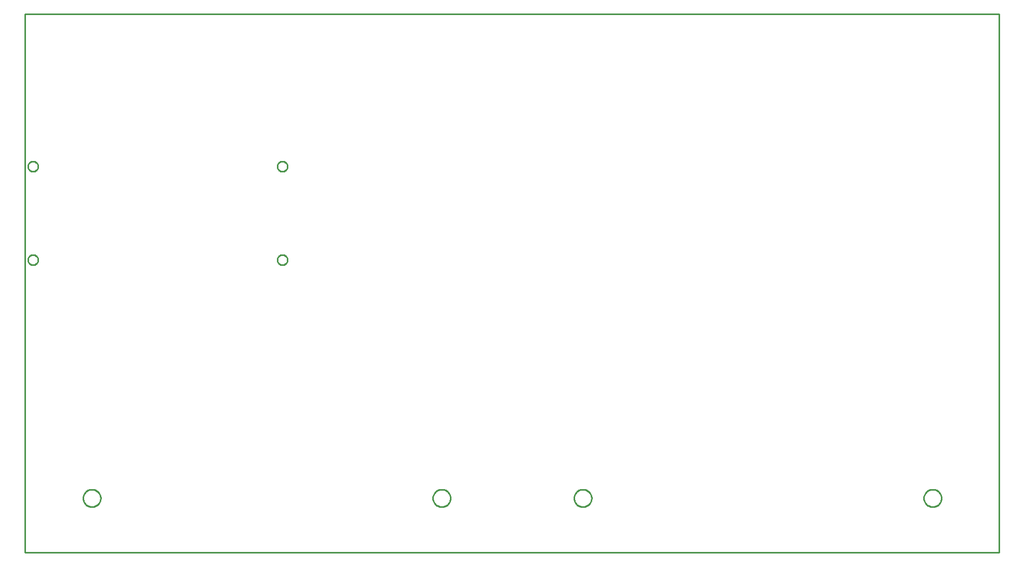
<source format=gbr>
G04 EAGLE Gerber X2 export*
%TF.Part,Single*%
%TF.FileFunction,Profile,NP*%
%TF.FilePolarity,Positive*%
%TF.GenerationSoftware,Autodesk,EAGLE,9.1.3*%
%TF.CreationDate,2020-03-16T01:18:41Z*%
G75*
%MOMM*%
%FSLAX34Y34*%
%LPD*%
%AMOC8*
5,1,8,0,0,1.08239X$1,22.5*%
G01*
%ADD10C,0.254000*%


D10*
X0Y-30480D02*
X1587300Y-30480D01*
X1587300Y847600D01*
X0Y847600D01*
X0Y-30480D01*
X12294Y591185D02*
X11487Y591265D01*
X10692Y591423D01*
X9916Y591658D01*
X9166Y591969D01*
X8451Y592351D01*
X7777Y592802D01*
X7150Y593316D01*
X6576Y593890D01*
X6062Y594517D01*
X5611Y595191D01*
X5229Y595906D01*
X4918Y596656D01*
X4683Y597432D01*
X4525Y598227D01*
X4445Y599034D01*
X4445Y599846D01*
X4525Y600653D01*
X4683Y601448D01*
X4918Y602224D01*
X5229Y602974D01*
X5611Y603689D01*
X6062Y604363D01*
X6576Y604990D01*
X7150Y605564D01*
X7777Y606078D01*
X8451Y606529D01*
X9166Y606911D01*
X9916Y607222D01*
X10692Y607457D01*
X11487Y607616D01*
X12294Y607695D01*
X13106Y607695D01*
X13913Y607616D01*
X14708Y607457D01*
X15484Y607222D01*
X16234Y606911D01*
X16949Y606529D01*
X17623Y606078D01*
X18250Y605564D01*
X18824Y604990D01*
X19338Y604363D01*
X19789Y603689D01*
X20171Y602974D01*
X20482Y602224D01*
X20717Y601448D01*
X20876Y600653D01*
X20955Y599846D01*
X20955Y599034D01*
X20876Y598227D01*
X20717Y597432D01*
X20482Y596656D01*
X20171Y595906D01*
X19789Y595191D01*
X19338Y594517D01*
X18824Y593890D01*
X18250Y593316D01*
X17623Y592802D01*
X16949Y592351D01*
X16234Y591969D01*
X15484Y591658D01*
X14708Y591423D01*
X13913Y591265D01*
X13106Y591185D01*
X12294Y591185D01*
X12294Y438785D02*
X11487Y438865D01*
X10692Y439023D01*
X9916Y439258D01*
X9166Y439569D01*
X8451Y439951D01*
X7777Y440402D01*
X7150Y440916D01*
X6576Y441490D01*
X6062Y442117D01*
X5611Y442791D01*
X5229Y443506D01*
X4918Y444256D01*
X4683Y445032D01*
X4525Y445827D01*
X4445Y446634D01*
X4445Y447446D01*
X4525Y448253D01*
X4683Y449048D01*
X4918Y449824D01*
X5229Y450574D01*
X5611Y451289D01*
X6062Y451963D01*
X6576Y452590D01*
X7150Y453164D01*
X7777Y453678D01*
X8451Y454129D01*
X9166Y454511D01*
X9916Y454822D01*
X10692Y455057D01*
X11487Y455216D01*
X12294Y455295D01*
X13106Y455295D01*
X13913Y455216D01*
X14708Y455057D01*
X15484Y454822D01*
X16234Y454511D01*
X16949Y454129D01*
X17623Y453678D01*
X18250Y453164D01*
X18824Y452590D01*
X19338Y451963D01*
X19789Y451289D01*
X20171Y450574D01*
X20482Y449824D01*
X20717Y449048D01*
X20876Y448253D01*
X20955Y447446D01*
X20955Y446634D01*
X20876Y445827D01*
X20717Y445032D01*
X20482Y444256D01*
X20171Y443506D01*
X19789Y442791D01*
X19338Y442117D01*
X18824Y441490D01*
X18250Y440916D01*
X17623Y440402D01*
X16949Y439951D01*
X16234Y439569D01*
X15484Y439258D01*
X14708Y439023D01*
X13913Y438865D01*
X13106Y438785D01*
X12294Y438785D01*
X418694Y438785D02*
X417887Y438865D01*
X417092Y439023D01*
X416316Y439258D01*
X415566Y439569D01*
X414851Y439951D01*
X414177Y440402D01*
X413550Y440916D01*
X412976Y441490D01*
X412462Y442117D01*
X412011Y442791D01*
X411629Y443506D01*
X411318Y444256D01*
X411083Y445032D01*
X410925Y445827D01*
X410845Y446634D01*
X410845Y447446D01*
X410925Y448253D01*
X411083Y449048D01*
X411318Y449824D01*
X411629Y450574D01*
X412011Y451289D01*
X412462Y451963D01*
X412976Y452590D01*
X413550Y453164D01*
X414177Y453678D01*
X414851Y454129D01*
X415566Y454511D01*
X416316Y454822D01*
X417092Y455057D01*
X417887Y455216D01*
X418694Y455295D01*
X419506Y455295D01*
X420313Y455216D01*
X421108Y455057D01*
X421884Y454822D01*
X422634Y454511D01*
X423349Y454129D01*
X424023Y453678D01*
X424650Y453164D01*
X425224Y452590D01*
X425738Y451963D01*
X426189Y451289D01*
X426571Y450574D01*
X426882Y449824D01*
X427117Y449048D01*
X427276Y448253D01*
X427355Y447446D01*
X427355Y446634D01*
X427276Y445827D01*
X427117Y445032D01*
X426882Y444256D01*
X426571Y443506D01*
X426189Y442791D01*
X425738Y442117D01*
X425224Y441490D01*
X424650Y440916D01*
X424023Y440402D01*
X423349Y439951D01*
X422634Y439569D01*
X421884Y439258D01*
X421108Y439023D01*
X420313Y438865D01*
X419506Y438785D01*
X418694Y438785D01*
X418694Y591185D02*
X417887Y591265D01*
X417092Y591423D01*
X416316Y591658D01*
X415566Y591969D01*
X414851Y592351D01*
X414177Y592802D01*
X413550Y593316D01*
X412976Y593890D01*
X412462Y594517D01*
X412011Y595191D01*
X411629Y595906D01*
X411318Y596656D01*
X411083Y597432D01*
X410925Y598227D01*
X410845Y599034D01*
X410845Y599846D01*
X410925Y600653D01*
X411083Y601448D01*
X411318Y602224D01*
X411629Y602974D01*
X412011Y603689D01*
X412462Y604363D01*
X412976Y604990D01*
X413550Y605564D01*
X414177Y606078D01*
X414851Y606529D01*
X415566Y606911D01*
X416316Y607222D01*
X417092Y607457D01*
X417887Y607616D01*
X418694Y607695D01*
X419506Y607695D01*
X420313Y607616D01*
X421108Y607457D01*
X421884Y607222D01*
X422634Y606911D01*
X423349Y606529D01*
X424023Y606078D01*
X424650Y605564D01*
X425224Y604990D01*
X425738Y604363D01*
X426189Y603689D01*
X426571Y602974D01*
X426882Y602224D01*
X427117Y601448D01*
X427276Y600653D01*
X427355Y599846D01*
X427355Y599034D01*
X427276Y598227D01*
X427117Y597432D01*
X426882Y596656D01*
X426571Y595906D01*
X426189Y595191D01*
X425738Y594517D01*
X425224Y593890D01*
X424650Y593316D01*
X424023Y592802D01*
X423349Y592351D01*
X422634Y591969D01*
X421884Y591658D01*
X421108Y591423D01*
X420313Y591265D01*
X419506Y591185D01*
X418694Y591185D01*
X122950Y57991D02*
X122877Y56976D01*
X122733Y55968D01*
X122516Y54974D01*
X122229Y53997D01*
X121874Y53043D01*
X121451Y52117D01*
X120963Y51224D01*
X120413Y50368D01*
X119803Y49553D01*
X119136Y48784D01*
X118416Y48064D01*
X117647Y47397D01*
X116832Y46787D01*
X115976Y46237D01*
X115083Y45749D01*
X114157Y45326D01*
X113203Y44971D01*
X112226Y44684D01*
X111232Y44467D01*
X110224Y44323D01*
X109209Y44250D01*
X108191Y44250D01*
X107176Y44323D01*
X106168Y44467D01*
X105174Y44684D01*
X104197Y44971D01*
X103243Y45326D01*
X102317Y45749D01*
X101424Y46237D01*
X100568Y46787D01*
X99753Y47397D01*
X98984Y48064D01*
X98264Y48784D01*
X97597Y49553D01*
X96987Y50368D01*
X96437Y51224D01*
X95949Y52117D01*
X95526Y53043D01*
X95171Y53997D01*
X94884Y54974D01*
X94667Y55968D01*
X94523Y56976D01*
X94450Y57991D01*
X94450Y59009D01*
X94523Y60024D01*
X94667Y61032D01*
X94884Y62026D01*
X95171Y63003D01*
X95526Y63957D01*
X95949Y64883D01*
X96437Y65776D01*
X96987Y66632D01*
X97597Y67447D01*
X98264Y68216D01*
X98984Y68936D01*
X99753Y69603D01*
X100568Y70213D01*
X101424Y70763D01*
X102317Y71251D01*
X103243Y71674D01*
X104197Y72029D01*
X105174Y72316D01*
X106168Y72533D01*
X107176Y72677D01*
X108191Y72750D01*
X109209Y72750D01*
X110224Y72677D01*
X111232Y72533D01*
X112226Y72316D01*
X113203Y72029D01*
X114157Y71674D01*
X115083Y71251D01*
X115976Y70763D01*
X116832Y70213D01*
X117647Y69603D01*
X118416Y68936D01*
X119136Y68216D01*
X119803Y67447D01*
X120413Y66632D01*
X120963Y65776D01*
X121451Y64883D01*
X121874Y63957D01*
X122229Y63003D01*
X122516Y62026D01*
X122733Y61032D01*
X122877Y60024D01*
X122950Y59009D01*
X122950Y57991D01*
X692950Y57991D02*
X692877Y56976D01*
X692733Y55968D01*
X692516Y54974D01*
X692229Y53997D01*
X691874Y53043D01*
X691451Y52117D01*
X690963Y51224D01*
X690413Y50368D01*
X689803Y49553D01*
X689136Y48784D01*
X688416Y48064D01*
X687647Y47397D01*
X686832Y46787D01*
X685976Y46237D01*
X685083Y45749D01*
X684157Y45326D01*
X683203Y44971D01*
X682226Y44684D01*
X681232Y44467D01*
X680224Y44323D01*
X679209Y44250D01*
X678191Y44250D01*
X677176Y44323D01*
X676168Y44467D01*
X675174Y44684D01*
X674197Y44971D01*
X673243Y45326D01*
X672317Y45749D01*
X671424Y46237D01*
X670568Y46787D01*
X669753Y47397D01*
X668984Y48064D01*
X668264Y48784D01*
X667597Y49553D01*
X666987Y50368D01*
X666437Y51224D01*
X665949Y52117D01*
X665526Y53043D01*
X665171Y53997D01*
X664884Y54974D01*
X664667Y55968D01*
X664523Y56976D01*
X664450Y57991D01*
X664450Y59009D01*
X664523Y60024D01*
X664667Y61032D01*
X664884Y62026D01*
X665171Y63003D01*
X665526Y63957D01*
X665949Y64883D01*
X666437Y65776D01*
X666987Y66632D01*
X667597Y67447D01*
X668264Y68216D01*
X668984Y68936D01*
X669753Y69603D01*
X670568Y70213D01*
X671424Y70763D01*
X672317Y71251D01*
X673243Y71674D01*
X674197Y72029D01*
X675174Y72316D01*
X676168Y72533D01*
X677176Y72677D01*
X678191Y72750D01*
X679209Y72750D01*
X680224Y72677D01*
X681232Y72533D01*
X682226Y72316D01*
X683203Y72029D01*
X684157Y71674D01*
X685083Y71251D01*
X685976Y70763D01*
X686832Y70213D01*
X687647Y69603D01*
X688416Y68936D01*
X689136Y68216D01*
X689803Y67447D01*
X690413Y66632D01*
X690963Y65776D01*
X691451Y64883D01*
X691874Y63957D01*
X692229Y63003D01*
X692516Y62026D01*
X692733Y61032D01*
X692877Y60024D01*
X692950Y59009D01*
X692950Y57991D01*
X923050Y57991D02*
X922977Y56976D01*
X922833Y55968D01*
X922616Y54974D01*
X922329Y53997D01*
X921974Y53043D01*
X921551Y52117D01*
X921063Y51224D01*
X920513Y50368D01*
X919903Y49553D01*
X919236Y48784D01*
X918516Y48064D01*
X917747Y47397D01*
X916932Y46787D01*
X916076Y46237D01*
X915183Y45749D01*
X914257Y45326D01*
X913303Y44971D01*
X912326Y44684D01*
X911332Y44467D01*
X910324Y44323D01*
X909309Y44250D01*
X908291Y44250D01*
X907276Y44323D01*
X906268Y44467D01*
X905274Y44684D01*
X904297Y44971D01*
X903343Y45326D01*
X902417Y45749D01*
X901524Y46237D01*
X900668Y46787D01*
X899853Y47397D01*
X899084Y48064D01*
X898364Y48784D01*
X897697Y49553D01*
X897087Y50368D01*
X896537Y51224D01*
X896049Y52117D01*
X895626Y53043D01*
X895271Y53997D01*
X894984Y54974D01*
X894767Y55968D01*
X894623Y56976D01*
X894550Y57991D01*
X894550Y59009D01*
X894623Y60024D01*
X894767Y61032D01*
X894984Y62026D01*
X895271Y63003D01*
X895626Y63957D01*
X896049Y64883D01*
X896537Y65776D01*
X897087Y66632D01*
X897697Y67447D01*
X898364Y68216D01*
X899084Y68936D01*
X899853Y69603D01*
X900668Y70213D01*
X901524Y70763D01*
X902417Y71251D01*
X903343Y71674D01*
X904297Y72029D01*
X905274Y72316D01*
X906268Y72533D01*
X907276Y72677D01*
X908291Y72750D01*
X909309Y72750D01*
X910324Y72677D01*
X911332Y72533D01*
X912326Y72316D01*
X913303Y72029D01*
X914257Y71674D01*
X915183Y71251D01*
X916076Y70763D01*
X916932Y70213D01*
X917747Y69603D01*
X918516Y68936D01*
X919236Y68216D01*
X919903Y67447D01*
X920513Y66632D01*
X921063Y65776D01*
X921551Y64883D01*
X921974Y63957D01*
X922329Y63003D01*
X922616Y62026D01*
X922833Y61032D01*
X922977Y60024D01*
X923050Y59009D01*
X923050Y57991D01*
X1493050Y57991D02*
X1492977Y56976D01*
X1492833Y55968D01*
X1492616Y54974D01*
X1492329Y53997D01*
X1491974Y53043D01*
X1491551Y52117D01*
X1491063Y51224D01*
X1490513Y50368D01*
X1489903Y49553D01*
X1489236Y48784D01*
X1488516Y48064D01*
X1487747Y47397D01*
X1486932Y46787D01*
X1486076Y46237D01*
X1485183Y45749D01*
X1484257Y45326D01*
X1483303Y44971D01*
X1482326Y44684D01*
X1481332Y44467D01*
X1480324Y44323D01*
X1479309Y44250D01*
X1478291Y44250D01*
X1477276Y44323D01*
X1476268Y44467D01*
X1475274Y44684D01*
X1474297Y44971D01*
X1473343Y45326D01*
X1472417Y45749D01*
X1471524Y46237D01*
X1470668Y46787D01*
X1469853Y47397D01*
X1469084Y48064D01*
X1468364Y48784D01*
X1467697Y49553D01*
X1467087Y50368D01*
X1466537Y51224D01*
X1466049Y52117D01*
X1465626Y53043D01*
X1465271Y53997D01*
X1464984Y54974D01*
X1464767Y55968D01*
X1464623Y56976D01*
X1464550Y57991D01*
X1464550Y59009D01*
X1464623Y60024D01*
X1464767Y61032D01*
X1464984Y62026D01*
X1465271Y63003D01*
X1465626Y63957D01*
X1466049Y64883D01*
X1466537Y65776D01*
X1467087Y66632D01*
X1467697Y67447D01*
X1468364Y68216D01*
X1469084Y68936D01*
X1469853Y69603D01*
X1470668Y70213D01*
X1471524Y70763D01*
X1472417Y71251D01*
X1473343Y71674D01*
X1474297Y72029D01*
X1475274Y72316D01*
X1476268Y72533D01*
X1477276Y72677D01*
X1478291Y72750D01*
X1479309Y72750D01*
X1480324Y72677D01*
X1481332Y72533D01*
X1482326Y72316D01*
X1483303Y72029D01*
X1484257Y71674D01*
X1485183Y71251D01*
X1486076Y70763D01*
X1486932Y70213D01*
X1487747Y69603D01*
X1488516Y68936D01*
X1489236Y68216D01*
X1489903Y67447D01*
X1490513Y66632D01*
X1491063Y65776D01*
X1491551Y64883D01*
X1491974Y63957D01*
X1492329Y63003D01*
X1492616Y62026D01*
X1492833Y61032D01*
X1492977Y60024D01*
X1493050Y59009D01*
X1493050Y57991D01*
M02*

</source>
